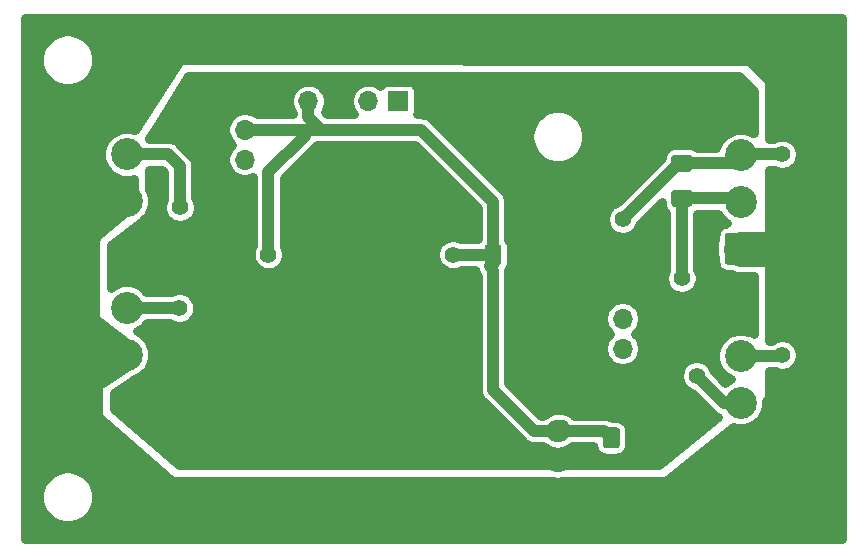
<source format=gbr>
G04 #@! TF.GenerationSoftware,KiCad,Pcbnew,(5.1.5)-3*
G04 #@! TF.CreationDate,2020-02-29T02:49:16+09:00*
G04 #@! TF.ProjectId,QX20CTRLV2,51583230-4354-4524-9c56-322e6b696361,rev?*
G04 #@! TF.SameCoordinates,Original*
G04 #@! TF.FileFunction,Copper,L2,Bot*
G04 #@! TF.FilePolarity,Positive*
%FSLAX46Y46*%
G04 Gerber Fmt 4.6, Leading zero omitted, Abs format (unit mm)*
G04 Created by KiCad (PCBNEW (5.1.5)-3) date 2020-02-29 02:49:16*
%MOMM*%
%LPD*%
G04 APERTURE LIST*
%ADD10C,0.250000*%
%ADD11R,1.000000X1.000000*%
%ADD12C,2.700000*%
%ADD13O,1.700000X1.700000*%
%ADD14R,1.700000X1.700000*%
%ADD15R,2.000000X1.905000*%
%ADD16O,2.000000X1.905000*%
%ADD17C,1.400000*%
%ADD18C,1.000000*%
%ADD19C,3.000000*%
%ADD20C,0.800000*%
G04 APERTURE END LIST*
G04 #@! TA.AperFunction,SMDPad,CuDef*
D10*
G36*
X140149504Y-86801204D02*
G01*
X140173773Y-86804804D01*
X140197571Y-86810765D01*
X140220671Y-86819030D01*
X140242849Y-86829520D01*
X140263893Y-86842133D01*
X140283598Y-86856747D01*
X140301777Y-86873223D01*
X140318253Y-86891402D01*
X140332867Y-86911107D01*
X140345480Y-86932151D01*
X140355970Y-86954329D01*
X140364235Y-86977429D01*
X140370196Y-87001227D01*
X140373796Y-87025496D01*
X140375000Y-87050000D01*
X140375000Y-87975000D01*
X140373796Y-87999504D01*
X140370196Y-88023773D01*
X140364235Y-88047571D01*
X140355970Y-88070671D01*
X140345480Y-88092849D01*
X140332867Y-88113893D01*
X140318253Y-88133598D01*
X140301777Y-88151777D01*
X140283598Y-88168253D01*
X140263893Y-88182867D01*
X140242849Y-88195480D01*
X140220671Y-88205970D01*
X140197571Y-88214235D01*
X140173773Y-88220196D01*
X140149504Y-88223796D01*
X140125000Y-88225000D01*
X138875000Y-88225000D01*
X138850496Y-88223796D01*
X138826227Y-88220196D01*
X138802429Y-88214235D01*
X138779329Y-88205970D01*
X138757151Y-88195480D01*
X138736107Y-88182867D01*
X138716402Y-88168253D01*
X138698223Y-88151777D01*
X138681747Y-88133598D01*
X138667133Y-88113893D01*
X138654520Y-88092849D01*
X138644030Y-88070671D01*
X138635765Y-88047571D01*
X138629804Y-88023773D01*
X138626204Y-87999504D01*
X138625000Y-87975000D01*
X138625000Y-87050000D01*
X138626204Y-87025496D01*
X138629804Y-87001227D01*
X138635765Y-86977429D01*
X138644030Y-86954329D01*
X138654520Y-86932151D01*
X138667133Y-86911107D01*
X138681747Y-86891402D01*
X138698223Y-86873223D01*
X138716402Y-86856747D01*
X138736107Y-86842133D01*
X138757151Y-86829520D01*
X138779329Y-86819030D01*
X138802429Y-86810765D01*
X138826227Y-86804804D01*
X138850496Y-86801204D01*
X138875000Y-86800000D01*
X140125000Y-86800000D01*
X140149504Y-86801204D01*
G37*
G04 #@! TD.AperFunction*
G04 #@! TA.AperFunction,SMDPad,CuDef*
G36*
X140149504Y-89776204D02*
G01*
X140173773Y-89779804D01*
X140197571Y-89785765D01*
X140220671Y-89794030D01*
X140242849Y-89804520D01*
X140263893Y-89817133D01*
X140283598Y-89831747D01*
X140301777Y-89848223D01*
X140318253Y-89866402D01*
X140332867Y-89886107D01*
X140345480Y-89907151D01*
X140355970Y-89929329D01*
X140364235Y-89952429D01*
X140370196Y-89976227D01*
X140373796Y-90000496D01*
X140375000Y-90025000D01*
X140375000Y-90950000D01*
X140373796Y-90974504D01*
X140370196Y-90998773D01*
X140364235Y-91022571D01*
X140355970Y-91045671D01*
X140345480Y-91067849D01*
X140332867Y-91088893D01*
X140318253Y-91108598D01*
X140301777Y-91126777D01*
X140283598Y-91143253D01*
X140263893Y-91157867D01*
X140242849Y-91170480D01*
X140220671Y-91180970D01*
X140197571Y-91189235D01*
X140173773Y-91195196D01*
X140149504Y-91198796D01*
X140125000Y-91200000D01*
X138875000Y-91200000D01*
X138850496Y-91198796D01*
X138826227Y-91195196D01*
X138802429Y-91189235D01*
X138779329Y-91180970D01*
X138757151Y-91170480D01*
X138736107Y-91157867D01*
X138716402Y-91143253D01*
X138698223Y-91126777D01*
X138681747Y-91108598D01*
X138667133Y-91088893D01*
X138654520Y-91067849D01*
X138644030Y-91045671D01*
X138635765Y-91022571D01*
X138629804Y-90998773D01*
X138626204Y-90974504D01*
X138625000Y-90950000D01*
X138625000Y-90025000D01*
X138626204Y-90000496D01*
X138629804Y-89976227D01*
X138635765Y-89952429D01*
X138644030Y-89929329D01*
X138654520Y-89907151D01*
X138667133Y-89886107D01*
X138681747Y-89866402D01*
X138698223Y-89848223D01*
X138716402Y-89831747D01*
X138736107Y-89817133D01*
X138757151Y-89804520D01*
X138779329Y-89794030D01*
X138802429Y-89785765D01*
X138826227Y-89779804D01*
X138850496Y-89776204D01*
X138875000Y-89775000D01*
X140125000Y-89775000D01*
X140149504Y-89776204D01*
G37*
G04 #@! TD.AperFunction*
G04 #@! TA.AperFunction,SMDPad,CuDef*
G36*
X143474504Y-69626204D02*
G01*
X143498773Y-69629804D01*
X143522571Y-69635765D01*
X143545671Y-69644030D01*
X143567849Y-69654520D01*
X143588893Y-69667133D01*
X143608598Y-69681747D01*
X143626777Y-69698223D01*
X143643253Y-69716402D01*
X143657867Y-69736107D01*
X143670480Y-69757151D01*
X143680970Y-69779329D01*
X143689235Y-69802429D01*
X143695196Y-69826227D01*
X143698796Y-69850496D01*
X143700000Y-69875000D01*
X143700000Y-71125000D01*
X143698796Y-71149504D01*
X143695196Y-71173773D01*
X143689235Y-71197571D01*
X143680970Y-71220671D01*
X143670480Y-71242849D01*
X143657867Y-71263893D01*
X143643253Y-71283598D01*
X143626777Y-71301777D01*
X143608598Y-71318253D01*
X143588893Y-71332867D01*
X143567849Y-71345480D01*
X143545671Y-71355970D01*
X143522571Y-71364235D01*
X143498773Y-71370196D01*
X143474504Y-71373796D01*
X143450000Y-71375000D01*
X142525000Y-71375000D01*
X142500496Y-71373796D01*
X142476227Y-71370196D01*
X142452429Y-71364235D01*
X142429329Y-71355970D01*
X142407151Y-71345480D01*
X142386107Y-71332867D01*
X142366402Y-71318253D01*
X142348223Y-71301777D01*
X142331747Y-71283598D01*
X142317133Y-71263893D01*
X142304520Y-71242849D01*
X142294030Y-71220671D01*
X142285765Y-71197571D01*
X142279804Y-71173773D01*
X142276204Y-71149504D01*
X142275000Y-71125000D01*
X142275000Y-69875000D01*
X142276204Y-69850496D01*
X142279804Y-69826227D01*
X142285765Y-69802429D01*
X142294030Y-69779329D01*
X142304520Y-69757151D01*
X142317133Y-69736107D01*
X142331747Y-69716402D01*
X142348223Y-69698223D01*
X142366402Y-69681747D01*
X142386107Y-69667133D01*
X142407151Y-69654520D01*
X142429329Y-69644030D01*
X142452429Y-69635765D01*
X142476227Y-69629804D01*
X142500496Y-69626204D01*
X142525000Y-69625000D01*
X143450000Y-69625000D01*
X143474504Y-69626204D01*
G37*
G04 #@! TD.AperFunction*
G04 #@! TA.AperFunction,SMDPad,CuDef*
G36*
X140499504Y-69626204D02*
G01*
X140523773Y-69629804D01*
X140547571Y-69635765D01*
X140570671Y-69644030D01*
X140592849Y-69654520D01*
X140613893Y-69667133D01*
X140633598Y-69681747D01*
X140651777Y-69698223D01*
X140668253Y-69716402D01*
X140682867Y-69736107D01*
X140695480Y-69757151D01*
X140705970Y-69779329D01*
X140714235Y-69802429D01*
X140720196Y-69826227D01*
X140723796Y-69850496D01*
X140725000Y-69875000D01*
X140725000Y-71125000D01*
X140723796Y-71149504D01*
X140720196Y-71173773D01*
X140714235Y-71197571D01*
X140705970Y-71220671D01*
X140695480Y-71242849D01*
X140682867Y-71263893D01*
X140668253Y-71283598D01*
X140651777Y-71301777D01*
X140633598Y-71318253D01*
X140613893Y-71332867D01*
X140592849Y-71345480D01*
X140570671Y-71355970D01*
X140547571Y-71364235D01*
X140523773Y-71370196D01*
X140499504Y-71373796D01*
X140475000Y-71375000D01*
X139550000Y-71375000D01*
X139525496Y-71373796D01*
X139501227Y-71370196D01*
X139477429Y-71364235D01*
X139454329Y-71355970D01*
X139432151Y-71345480D01*
X139411107Y-71332867D01*
X139391402Y-71318253D01*
X139373223Y-71301777D01*
X139356747Y-71283598D01*
X139342133Y-71263893D01*
X139329520Y-71242849D01*
X139319030Y-71220671D01*
X139310765Y-71197571D01*
X139304804Y-71173773D01*
X139301204Y-71149504D01*
X139300000Y-71125000D01*
X139300000Y-69875000D01*
X139301204Y-69850496D01*
X139304804Y-69826227D01*
X139310765Y-69802429D01*
X139319030Y-69779329D01*
X139329520Y-69757151D01*
X139342133Y-69736107D01*
X139356747Y-69716402D01*
X139373223Y-69698223D01*
X139391402Y-69681747D01*
X139411107Y-69667133D01*
X139432151Y-69654520D01*
X139454329Y-69644030D01*
X139477429Y-69635765D01*
X139501227Y-69629804D01*
X139525496Y-69626204D01*
X139550000Y-69625000D01*
X140475000Y-69625000D01*
X140499504Y-69626204D01*
G37*
G04 #@! TD.AperFunction*
G04 #@! TA.AperFunction,SMDPad,CuDef*
G36*
X150512004Y-85126204D02*
G01*
X150536273Y-85129804D01*
X150560071Y-85135765D01*
X150583171Y-85144030D01*
X150605349Y-85154520D01*
X150626393Y-85167133D01*
X150646098Y-85181747D01*
X150664277Y-85198223D01*
X150680753Y-85216402D01*
X150695367Y-85236107D01*
X150707980Y-85257151D01*
X150718470Y-85279329D01*
X150726735Y-85302429D01*
X150732696Y-85326227D01*
X150736296Y-85350496D01*
X150737500Y-85375000D01*
X150737500Y-86625000D01*
X150736296Y-86649504D01*
X150732696Y-86673773D01*
X150726735Y-86697571D01*
X150718470Y-86720671D01*
X150707980Y-86742849D01*
X150695367Y-86763893D01*
X150680753Y-86783598D01*
X150664277Y-86801777D01*
X150646098Y-86818253D01*
X150626393Y-86832867D01*
X150605349Y-86845480D01*
X150583171Y-86855970D01*
X150560071Y-86864235D01*
X150536273Y-86870196D01*
X150512004Y-86873796D01*
X150487500Y-86875000D01*
X149562500Y-86875000D01*
X149537996Y-86873796D01*
X149513727Y-86870196D01*
X149489929Y-86864235D01*
X149466829Y-86855970D01*
X149444651Y-86845480D01*
X149423607Y-86832867D01*
X149403902Y-86818253D01*
X149385723Y-86801777D01*
X149369247Y-86783598D01*
X149354633Y-86763893D01*
X149342020Y-86742849D01*
X149331530Y-86720671D01*
X149323265Y-86697571D01*
X149317304Y-86673773D01*
X149313704Y-86649504D01*
X149312500Y-86625000D01*
X149312500Y-85375000D01*
X149313704Y-85350496D01*
X149317304Y-85326227D01*
X149323265Y-85302429D01*
X149331530Y-85279329D01*
X149342020Y-85257151D01*
X149354633Y-85236107D01*
X149369247Y-85216402D01*
X149385723Y-85198223D01*
X149403902Y-85181747D01*
X149423607Y-85167133D01*
X149444651Y-85154520D01*
X149466829Y-85144030D01*
X149489929Y-85135765D01*
X149513727Y-85129804D01*
X149537996Y-85126204D01*
X149562500Y-85125000D01*
X150487500Y-85125000D01*
X150512004Y-85126204D01*
G37*
G04 #@! TD.AperFunction*
G04 #@! TA.AperFunction,SMDPad,CuDef*
G36*
X153487004Y-85126204D02*
G01*
X153511273Y-85129804D01*
X153535071Y-85135765D01*
X153558171Y-85144030D01*
X153580349Y-85154520D01*
X153601393Y-85167133D01*
X153621098Y-85181747D01*
X153639277Y-85198223D01*
X153655753Y-85216402D01*
X153670367Y-85236107D01*
X153682980Y-85257151D01*
X153693470Y-85279329D01*
X153701735Y-85302429D01*
X153707696Y-85326227D01*
X153711296Y-85350496D01*
X153712500Y-85375000D01*
X153712500Y-86625000D01*
X153711296Y-86649504D01*
X153707696Y-86673773D01*
X153701735Y-86697571D01*
X153693470Y-86720671D01*
X153682980Y-86742849D01*
X153670367Y-86763893D01*
X153655753Y-86783598D01*
X153639277Y-86801777D01*
X153621098Y-86818253D01*
X153601393Y-86832867D01*
X153580349Y-86845480D01*
X153558171Y-86855970D01*
X153535071Y-86864235D01*
X153511273Y-86870196D01*
X153487004Y-86873796D01*
X153462500Y-86875000D01*
X152537500Y-86875000D01*
X152512996Y-86873796D01*
X152488727Y-86870196D01*
X152464929Y-86864235D01*
X152441829Y-86855970D01*
X152419651Y-86845480D01*
X152398607Y-86832867D01*
X152378902Y-86818253D01*
X152360723Y-86801777D01*
X152344247Y-86783598D01*
X152329633Y-86763893D01*
X152317020Y-86742849D01*
X152306530Y-86720671D01*
X152298265Y-86697571D01*
X152292304Y-86673773D01*
X152288704Y-86649504D01*
X152287500Y-86625000D01*
X152287500Y-85375000D01*
X152288704Y-85350496D01*
X152292304Y-85326227D01*
X152298265Y-85302429D01*
X152306530Y-85279329D01*
X152317020Y-85257151D01*
X152329633Y-85236107D01*
X152344247Y-85216402D01*
X152360723Y-85198223D01*
X152378902Y-85181747D01*
X152398607Y-85167133D01*
X152419651Y-85154520D01*
X152441829Y-85144030D01*
X152464929Y-85135765D01*
X152488727Y-85129804D01*
X152512996Y-85126204D01*
X152537500Y-85125000D01*
X153462500Y-85125000D01*
X153487004Y-85126204D01*
G37*
G04 #@! TD.AperFunction*
D11*
X135000000Y-90500000D03*
X135000000Y-88000000D03*
D12*
X161000000Y-58120000D03*
X161000000Y-62080000D03*
X161000000Y-66040000D03*
G04 #@! TA.AperFunction,ComponentPad*
D10*
G36*
X162123512Y-68651209D02*
G01*
X162147887Y-68654825D01*
X162171790Y-68660812D01*
X162194992Y-68669114D01*
X162217268Y-68679650D01*
X162238404Y-68692318D01*
X162258196Y-68706997D01*
X162276455Y-68723545D01*
X162293003Y-68741804D01*
X162307682Y-68761596D01*
X162320350Y-68782732D01*
X162330886Y-68805008D01*
X162339188Y-68828210D01*
X162345175Y-68852113D01*
X162348791Y-68876488D01*
X162350000Y-68901100D01*
X162350000Y-71098900D01*
X162348791Y-71123512D01*
X162345175Y-71147887D01*
X162339188Y-71171790D01*
X162330886Y-71194992D01*
X162320350Y-71217268D01*
X162307682Y-71238404D01*
X162293003Y-71258196D01*
X162276455Y-71276455D01*
X162258196Y-71293003D01*
X162238404Y-71307682D01*
X162217268Y-71320350D01*
X162194992Y-71330886D01*
X162171790Y-71339188D01*
X162147887Y-71345175D01*
X162123512Y-71348791D01*
X162098900Y-71350000D01*
X159901100Y-71350000D01*
X159876488Y-71348791D01*
X159852113Y-71345175D01*
X159828210Y-71339188D01*
X159805008Y-71330886D01*
X159782732Y-71320350D01*
X159761596Y-71307682D01*
X159741804Y-71293003D01*
X159723545Y-71276455D01*
X159706997Y-71258196D01*
X159692318Y-71238404D01*
X159679650Y-71217268D01*
X159669114Y-71194992D01*
X159660812Y-71171790D01*
X159654825Y-71147887D01*
X159651209Y-71123512D01*
X159650000Y-71098900D01*
X159650000Y-68901100D01*
X159651209Y-68876488D01*
X159654825Y-68852113D01*
X159660812Y-68828210D01*
X159669114Y-68805008D01*
X159679650Y-68782732D01*
X159692318Y-68761596D01*
X159706997Y-68741804D01*
X159723545Y-68723545D01*
X159741804Y-68706997D01*
X159761596Y-68692318D01*
X159782732Y-68679650D01*
X159805008Y-68669114D01*
X159828210Y-68660812D01*
X159852113Y-68654825D01*
X159876488Y-68651209D01*
X159901100Y-68650000D01*
X162098900Y-68650000D01*
X162123512Y-68651209D01*
G37*
G04 #@! TD.AperFunction*
D12*
X161000000Y-75120000D03*
X161000000Y-79080000D03*
X161000000Y-83040000D03*
G04 #@! TA.AperFunction,ComponentPad*
D10*
G36*
X162123512Y-85651209D02*
G01*
X162147887Y-85654825D01*
X162171790Y-85660812D01*
X162194992Y-85669114D01*
X162217268Y-85679650D01*
X162238404Y-85692318D01*
X162258196Y-85706997D01*
X162276455Y-85723545D01*
X162293003Y-85741804D01*
X162307682Y-85761596D01*
X162320350Y-85782732D01*
X162330886Y-85805008D01*
X162339188Y-85828210D01*
X162345175Y-85852113D01*
X162348791Y-85876488D01*
X162350000Y-85901100D01*
X162350000Y-88098900D01*
X162348791Y-88123512D01*
X162345175Y-88147887D01*
X162339188Y-88171790D01*
X162330886Y-88194992D01*
X162320350Y-88217268D01*
X162307682Y-88238404D01*
X162293003Y-88258196D01*
X162276455Y-88276455D01*
X162258196Y-88293003D01*
X162238404Y-88307682D01*
X162217268Y-88320350D01*
X162194992Y-88330886D01*
X162171790Y-88339188D01*
X162147887Y-88345175D01*
X162123512Y-88348791D01*
X162098900Y-88350000D01*
X159901100Y-88350000D01*
X159876488Y-88348791D01*
X159852113Y-88345175D01*
X159828210Y-88339188D01*
X159805008Y-88330886D01*
X159782732Y-88320350D01*
X159761596Y-88307682D01*
X159741804Y-88293003D01*
X159723545Y-88276455D01*
X159706997Y-88258196D01*
X159692318Y-88238404D01*
X159679650Y-88217268D01*
X159669114Y-88194992D01*
X159660812Y-88171790D01*
X159654825Y-88147887D01*
X159651209Y-88123512D01*
X159650000Y-88098900D01*
X159650000Y-85901100D01*
X159651209Y-85876488D01*
X159654825Y-85852113D01*
X159660812Y-85828210D01*
X159669114Y-85805008D01*
X159679650Y-85782732D01*
X159692318Y-85761596D01*
X159706997Y-85741804D01*
X159723545Y-85723545D01*
X159741804Y-85706997D01*
X159761596Y-85692318D01*
X159782732Y-85679650D01*
X159805008Y-85669114D01*
X159828210Y-85660812D01*
X159852113Y-85654825D01*
X159876488Y-85651209D01*
X159901100Y-85650000D01*
X162098900Y-85650000D01*
X162123512Y-85651209D01*
G37*
G04 #@! TD.AperFunction*
D12*
X109000000Y-69920000D03*
X109000000Y-65960000D03*
X109000000Y-62000000D03*
X109000000Y-75000000D03*
X109000000Y-78960000D03*
X109000000Y-82920000D03*
D13*
X151000000Y-75920000D03*
X151000000Y-78460000D03*
D14*
X151000000Y-81000000D03*
X132000000Y-57500000D03*
D13*
X129460000Y-57500000D03*
X126920000Y-57500000D03*
X124380000Y-57500000D03*
G04 #@! TA.AperFunction,SMDPad,CuDef*
D10*
G36*
X156649504Y-62038704D02*
G01*
X156673773Y-62042304D01*
X156697571Y-62048265D01*
X156720671Y-62056530D01*
X156742849Y-62067020D01*
X156763893Y-62079633D01*
X156783598Y-62094247D01*
X156801777Y-62110723D01*
X156818253Y-62128902D01*
X156832867Y-62148607D01*
X156845480Y-62169651D01*
X156855970Y-62191829D01*
X156864235Y-62214929D01*
X156870196Y-62238727D01*
X156873796Y-62262996D01*
X156875000Y-62287500D01*
X156875000Y-63212500D01*
X156873796Y-63237004D01*
X156870196Y-63261273D01*
X156864235Y-63285071D01*
X156855970Y-63308171D01*
X156845480Y-63330349D01*
X156832867Y-63351393D01*
X156818253Y-63371098D01*
X156801777Y-63389277D01*
X156783598Y-63405753D01*
X156763893Y-63420367D01*
X156742849Y-63432980D01*
X156720671Y-63443470D01*
X156697571Y-63451735D01*
X156673773Y-63457696D01*
X156649504Y-63461296D01*
X156625000Y-63462500D01*
X155375000Y-63462500D01*
X155350496Y-63461296D01*
X155326227Y-63457696D01*
X155302429Y-63451735D01*
X155279329Y-63443470D01*
X155257151Y-63432980D01*
X155236107Y-63420367D01*
X155216402Y-63405753D01*
X155198223Y-63389277D01*
X155181747Y-63371098D01*
X155167133Y-63351393D01*
X155154520Y-63330349D01*
X155144030Y-63308171D01*
X155135765Y-63285071D01*
X155129804Y-63261273D01*
X155126204Y-63237004D01*
X155125000Y-63212500D01*
X155125000Y-62287500D01*
X155126204Y-62262996D01*
X155129804Y-62238727D01*
X155135765Y-62214929D01*
X155144030Y-62191829D01*
X155154520Y-62169651D01*
X155167133Y-62148607D01*
X155181747Y-62128902D01*
X155198223Y-62110723D01*
X155216402Y-62094247D01*
X155236107Y-62079633D01*
X155257151Y-62067020D01*
X155279329Y-62056530D01*
X155302429Y-62048265D01*
X155326227Y-62042304D01*
X155350496Y-62038704D01*
X155375000Y-62037500D01*
X156625000Y-62037500D01*
X156649504Y-62038704D01*
G37*
G04 #@! TD.AperFunction*
G04 #@! TA.AperFunction,SMDPad,CuDef*
G36*
X156649504Y-65013704D02*
G01*
X156673773Y-65017304D01*
X156697571Y-65023265D01*
X156720671Y-65031530D01*
X156742849Y-65042020D01*
X156763893Y-65054633D01*
X156783598Y-65069247D01*
X156801777Y-65085723D01*
X156818253Y-65103902D01*
X156832867Y-65123607D01*
X156845480Y-65144651D01*
X156855970Y-65166829D01*
X156864235Y-65189929D01*
X156870196Y-65213727D01*
X156873796Y-65237996D01*
X156875000Y-65262500D01*
X156875000Y-66187500D01*
X156873796Y-66212004D01*
X156870196Y-66236273D01*
X156864235Y-66260071D01*
X156855970Y-66283171D01*
X156845480Y-66305349D01*
X156832867Y-66326393D01*
X156818253Y-66346098D01*
X156801777Y-66364277D01*
X156783598Y-66380753D01*
X156763893Y-66395367D01*
X156742849Y-66407980D01*
X156720671Y-66418470D01*
X156697571Y-66426735D01*
X156673773Y-66432696D01*
X156649504Y-66436296D01*
X156625000Y-66437500D01*
X155375000Y-66437500D01*
X155350496Y-66436296D01*
X155326227Y-66432696D01*
X155302429Y-66426735D01*
X155279329Y-66418470D01*
X155257151Y-66407980D01*
X155236107Y-66395367D01*
X155216402Y-66380753D01*
X155198223Y-66364277D01*
X155181747Y-66346098D01*
X155167133Y-66326393D01*
X155154520Y-66305349D01*
X155144030Y-66283171D01*
X155135765Y-66260071D01*
X155129804Y-66236273D01*
X155126204Y-66212004D01*
X155125000Y-66187500D01*
X155125000Y-65262500D01*
X155126204Y-65237996D01*
X155129804Y-65213727D01*
X155135765Y-65189929D01*
X155144030Y-65166829D01*
X155154520Y-65144651D01*
X155167133Y-65123607D01*
X155181747Y-65103902D01*
X155198223Y-65085723D01*
X155216402Y-65069247D01*
X155236107Y-65054633D01*
X155257151Y-65042020D01*
X155279329Y-65031530D01*
X155302429Y-65023265D01*
X155326227Y-65017304D01*
X155350496Y-65013704D01*
X155375000Y-65012500D01*
X156625000Y-65012500D01*
X156649504Y-65013704D01*
G37*
G04 #@! TD.AperFunction*
D14*
X119000000Y-65000000D03*
D13*
X119000000Y-62460000D03*
X119000000Y-59920000D03*
D15*
X145500000Y-90500000D03*
D16*
X145500000Y-87960000D03*
X145500000Y-85420000D03*
D17*
X129000000Y-72000000D03*
X126000000Y-82000000D03*
X121000000Y-70500000D03*
X136636801Y-70500000D03*
X164500000Y-79000000D03*
X164500000Y-62000000D03*
X151000000Y-67500000D03*
X156000000Y-72500000D03*
X157250000Y-80750000D03*
X113500000Y-66500000D03*
X113472175Y-75027825D03*
D18*
X119080000Y-60000000D02*
X119000000Y-59920000D01*
X119000000Y-59920000D02*
X121960000Y-59920000D01*
X125420000Y-59920000D02*
X124380000Y-58880000D01*
X125420000Y-59920000D02*
X133920000Y-59920000D01*
X124380000Y-58880000D02*
X124380000Y-57500000D01*
X124080000Y-59920000D02*
X124080000Y-60420000D01*
X124080000Y-59920000D02*
X125420000Y-59920000D01*
X121960000Y-59920000D02*
X124080000Y-59920000D01*
X124080000Y-60420000D02*
X121000000Y-63500000D01*
X121000000Y-63500000D02*
X121000000Y-70500000D01*
X145920000Y-85000000D02*
X145500000Y-85420000D01*
X140012500Y-66012500D02*
X140012500Y-71000000D01*
X133920000Y-59920000D02*
X140012500Y-66012500D01*
X140012500Y-81932500D02*
X140012500Y-71875000D01*
X143500000Y-85420000D02*
X140012500Y-81932500D01*
X140012500Y-71375000D02*
X140012500Y-70500000D01*
X145500000Y-85420000D02*
X143500000Y-85420000D01*
X139762500Y-71500000D02*
X140012500Y-71250000D01*
X136767588Y-70500000D02*
X140012500Y-70500000D01*
X136636801Y-70500000D02*
X136767588Y-70500000D01*
X149445000Y-85420000D02*
X150025000Y-86000000D01*
X145500000Y-85420000D02*
X149445000Y-85420000D01*
D19*
X161000000Y-70000000D02*
X163500000Y-70000000D01*
D18*
X161000000Y-79080000D02*
X164420000Y-79080000D01*
X164420000Y-79080000D02*
X164500000Y-79000000D01*
X161080000Y-62000000D02*
X161000000Y-62080000D01*
X164500000Y-62000000D02*
X161080000Y-62000000D01*
X160330000Y-62750000D02*
X161000000Y-62080000D01*
X156000000Y-62750000D02*
X160330000Y-62750000D01*
X155750000Y-62750000D02*
X151000000Y-67500000D01*
X156000000Y-62750000D02*
X155750000Y-62750000D01*
X160960000Y-66000000D02*
X161000000Y-66040000D01*
X160685000Y-65725000D02*
X161000000Y-66040000D01*
X156000000Y-65725000D02*
X160685000Y-65725000D01*
X156000000Y-65725000D02*
X156000000Y-72500000D01*
X159540000Y-83040000D02*
X157250000Y-80750000D01*
X161000000Y-83040000D02*
X159540000Y-83040000D01*
X113500000Y-66500000D02*
X113500000Y-63000000D01*
X112500000Y-62000000D02*
X109000000Y-62000000D01*
X113500000Y-63000000D02*
X112500000Y-62000000D01*
X113444350Y-75000000D02*
X113472175Y-75027825D01*
X109000000Y-75000000D02*
X113444350Y-75000000D01*
D20*
G36*
X162100000Y-56665686D02*
G01*
X162100000Y-60229214D01*
X162018407Y-60174695D01*
X161627132Y-60012623D01*
X161211757Y-59930000D01*
X160788243Y-59930000D01*
X160372868Y-60012623D01*
X159981593Y-60174695D01*
X159629455Y-60409986D01*
X159329986Y-60709455D01*
X159094695Y-61061593D01*
X158933811Y-61450000D01*
X157257730Y-61450000D01*
X157210499Y-61411239D01*
X157028299Y-61313851D01*
X156830600Y-61253880D01*
X156625000Y-61233630D01*
X155375000Y-61233630D01*
X155169400Y-61253880D01*
X154971701Y-61313851D01*
X154789501Y-61411239D01*
X154629801Y-61542301D01*
X154498739Y-61702001D01*
X154401351Y-61884201D01*
X154341380Y-62081900D01*
X154321130Y-62287500D01*
X154321130Y-62340392D01*
X150614162Y-66047361D01*
X150562466Y-66057644D01*
X150289483Y-66170717D01*
X150043806Y-66334874D01*
X149834874Y-66543806D01*
X149670717Y-66789483D01*
X149557644Y-67062466D01*
X149500000Y-67352263D01*
X149500000Y-67647737D01*
X149557644Y-67937534D01*
X149670717Y-68210517D01*
X149834874Y-68456194D01*
X150043806Y-68665126D01*
X150289483Y-68829283D01*
X150562466Y-68942356D01*
X150852263Y-69000000D01*
X151147737Y-69000000D01*
X151437534Y-68942356D01*
X151710517Y-68829283D01*
X151956194Y-68665126D01*
X152165126Y-68456194D01*
X152329283Y-68210517D01*
X152442356Y-67937534D01*
X152452639Y-67885838D01*
X154321130Y-66017348D01*
X154321130Y-66187500D01*
X154341380Y-66393100D01*
X154401351Y-66590799D01*
X154498739Y-66772999D01*
X154629801Y-66932699D01*
X154700000Y-66990310D01*
X154700001Y-71745657D01*
X154670717Y-71789483D01*
X154557644Y-72062466D01*
X154500000Y-72352263D01*
X154500000Y-72647737D01*
X154557644Y-72937534D01*
X154670717Y-73210517D01*
X154834874Y-73456194D01*
X155043806Y-73665126D01*
X155289483Y-73829283D01*
X155562466Y-73942356D01*
X155852263Y-74000000D01*
X156147737Y-74000000D01*
X156437534Y-73942356D01*
X156710517Y-73829283D01*
X156956194Y-73665126D01*
X157165126Y-73456194D01*
X157329283Y-73210517D01*
X157442356Y-72937534D01*
X157500000Y-72647737D01*
X157500000Y-72352263D01*
X157442356Y-72062466D01*
X157329283Y-71789483D01*
X157300000Y-71745658D01*
X157300000Y-67025000D01*
X159080857Y-67025000D01*
X159094695Y-67058407D01*
X159329986Y-67410545D01*
X159629455Y-67710014D01*
X159841894Y-67851961D01*
X159695286Y-67866401D01*
X159497380Y-67926435D01*
X159314990Y-68023925D01*
X159155124Y-68155124D01*
X159023925Y-68314990D01*
X158926435Y-68497380D01*
X158866401Y-68695286D01*
X158846130Y-68901100D01*
X158846130Y-69177104D01*
X158733280Y-69549121D01*
X158688872Y-70000000D01*
X158733280Y-70450879D01*
X158846130Y-70822896D01*
X158846130Y-71098900D01*
X158866401Y-71304714D01*
X158926435Y-71502620D01*
X159023925Y-71685010D01*
X159155124Y-71844876D01*
X159314990Y-71976075D01*
X159497380Y-72073565D01*
X159695286Y-72133599D01*
X159901100Y-72153870D01*
X160177104Y-72153870D01*
X160549121Y-72266720D01*
X160887016Y-72300000D01*
X162100000Y-72300000D01*
X162100000Y-77229214D01*
X162018407Y-77174695D01*
X161627132Y-77012623D01*
X161211757Y-76930000D01*
X160788243Y-76930000D01*
X160372868Y-77012623D01*
X159981593Y-77174695D01*
X159629455Y-77409986D01*
X159329986Y-77709455D01*
X159094695Y-78061593D01*
X158932623Y-78452868D01*
X158850000Y-78868243D01*
X158850000Y-79291757D01*
X158932623Y-79707132D01*
X159094695Y-80098407D01*
X159329986Y-80450545D01*
X159629455Y-80750014D01*
X159981593Y-80985305D01*
X160161922Y-81060000D01*
X159981593Y-81134695D01*
X159676817Y-81338340D01*
X158702639Y-80364162D01*
X158692356Y-80312466D01*
X158579283Y-80039483D01*
X158415126Y-79793806D01*
X158206194Y-79584874D01*
X157960517Y-79420717D01*
X157687534Y-79307644D01*
X157397737Y-79250000D01*
X157102263Y-79250000D01*
X156812466Y-79307644D01*
X156539483Y-79420717D01*
X156293806Y-79584874D01*
X156084874Y-79793806D01*
X155920717Y-80039483D01*
X155807644Y-80312466D01*
X155750000Y-80602263D01*
X155750000Y-80897737D01*
X155807644Y-81187534D01*
X155920717Y-81460517D01*
X156084874Y-81706194D01*
X156293806Y-81915126D01*
X156539483Y-82079283D01*
X156812466Y-82192356D01*
X156864162Y-82202639D01*
X158575601Y-83914079D01*
X158616313Y-83963687D01*
X158814264Y-84126140D01*
X159040104Y-84246855D01*
X159099973Y-84265016D01*
X154107215Y-88350000D01*
X113399589Y-88350000D01*
X107900000Y-83567748D01*
X107900000Y-82214073D01*
X109766861Y-80969499D01*
X110018407Y-80865305D01*
X110370545Y-80630014D01*
X110559457Y-80441102D01*
X110721880Y-80332820D01*
X110782547Y-80283138D01*
X110832355Y-80222576D01*
X110869391Y-80153460D01*
X110892232Y-80078446D01*
X110900000Y-80000000D01*
X110900000Y-79986346D01*
X110905305Y-79978407D01*
X111067377Y-79587132D01*
X111150000Y-79171757D01*
X111150000Y-78748243D01*
X111067377Y-78332868D01*
X110905305Y-77941593D01*
X110892336Y-77922183D01*
X110892314Y-77921964D01*
X110869552Y-77846927D01*
X110832588Y-77777772D01*
X110782843Y-77717157D01*
X110743884Y-77682950D01*
X110720431Y-77664909D01*
X110670014Y-77589455D01*
X110370545Y-77289986D01*
X110018407Y-77054695D01*
X109838078Y-76980000D01*
X110018407Y-76905305D01*
X110370545Y-76670014D01*
X110670014Y-76370545D01*
X110717151Y-76300000D01*
X112676190Y-76300000D01*
X112761658Y-76357108D01*
X113034641Y-76470181D01*
X113324438Y-76527825D01*
X113619912Y-76527825D01*
X113909709Y-76470181D01*
X114182692Y-76357108D01*
X114428369Y-76192951D01*
X114637301Y-75984019D01*
X114801458Y-75738342D01*
X114914531Y-75465359D01*
X114972175Y-75175562D01*
X114972175Y-74880088D01*
X114914531Y-74590291D01*
X114801458Y-74317308D01*
X114637301Y-74071631D01*
X114428369Y-73862699D01*
X114182692Y-73698542D01*
X113909709Y-73585469D01*
X113619912Y-73527825D01*
X113324438Y-73527825D01*
X113034641Y-73585469D01*
X112761658Y-73698542D01*
X112759476Y-73700000D01*
X110717151Y-73700000D01*
X110670014Y-73629455D01*
X110370545Y-73329986D01*
X110018407Y-73094695D01*
X109627132Y-72932623D01*
X109211757Y-72850000D01*
X108788243Y-72850000D01*
X108372868Y-72932623D01*
X107981593Y-73094695D01*
X107650000Y-73316258D01*
X107650000Y-69696961D01*
X110115429Y-67800477D01*
X110370545Y-67630014D01*
X110482259Y-67518300D01*
X110743884Y-67317050D01*
X110801051Y-67263378D01*
X110846649Y-67199585D01*
X110878926Y-67128122D01*
X110896640Y-67051736D01*
X110900000Y-67000000D01*
X110900000Y-66986346D01*
X110905305Y-66978407D01*
X111067377Y-66587132D01*
X111150000Y-66171757D01*
X111150000Y-65748243D01*
X111067377Y-65332868D01*
X110905305Y-64941593D01*
X110900000Y-64933654D01*
X110900000Y-63300000D01*
X111961523Y-63300000D01*
X112200001Y-63538478D01*
X112200000Y-65745658D01*
X112170717Y-65789483D01*
X112057644Y-66062466D01*
X112000000Y-66352263D01*
X112000000Y-66647737D01*
X112057644Y-66937534D01*
X112170717Y-67210517D01*
X112334874Y-67456194D01*
X112543806Y-67665126D01*
X112789483Y-67829283D01*
X113062466Y-67942356D01*
X113352263Y-68000000D01*
X113647737Y-68000000D01*
X113937534Y-67942356D01*
X114210517Y-67829283D01*
X114456194Y-67665126D01*
X114665126Y-67456194D01*
X114829283Y-67210517D01*
X114942356Y-66937534D01*
X115000000Y-66647737D01*
X115000000Y-66352263D01*
X114942356Y-66062466D01*
X114829283Y-65789483D01*
X114800000Y-65745658D01*
X114800000Y-63063863D01*
X114806290Y-63000000D01*
X114781190Y-62745156D01*
X114743987Y-62622511D01*
X114706855Y-62500104D01*
X114704210Y-62495155D01*
X114586141Y-62274264D01*
X114528585Y-62204133D01*
X114423687Y-62076313D01*
X114374074Y-62035597D01*
X113464403Y-61125926D01*
X113423687Y-61076313D01*
X113225736Y-60913860D01*
X112999896Y-60793145D01*
X112754845Y-60718810D01*
X112563864Y-60700000D01*
X112563861Y-60700000D01*
X112500000Y-60693710D01*
X112436139Y-60700000D01*
X110900000Y-60700000D01*
X110900000Y-60616481D01*
X111446631Y-59757489D01*
X117350000Y-59757489D01*
X117350000Y-60082511D01*
X117413408Y-60401287D01*
X117537789Y-60701568D01*
X117718361Y-60971814D01*
X117936547Y-61190000D01*
X117718361Y-61408186D01*
X117537789Y-61678432D01*
X117413408Y-61978713D01*
X117350000Y-62297489D01*
X117350000Y-62622511D01*
X117413408Y-62941287D01*
X117537789Y-63241568D01*
X117718361Y-63511814D01*
X117948186Y-63741639D01*
X118218432Y-63922211D01*
X118518713Y-64046592D01*
X118837489Y-64110000D01*
X119162511Y-64110000D01*
X119481287Y-64046592D01*
X119700000Y-63955998D01*
X119700001Y-69745657D01*
X119670717Y-69789483D01*
X119557644Y-70062466D01*
X119500000Y-70352263D01*
X119500000Y-70647737D01*
X119557644Y-70937534D01*
X119670717Y-71210517D01*
X119834874Y-71456194D01*
X120043806Y-71665126D01*
X120289483Y-71829283D01*
X120562466Y-71942356D01*
X120852263Y-72000000D01*
X121147737Y-72000000D01*
X121437534Y-71942356D01*
X121710517Y-71829283D01*
X121956194Y-71665126D01*
X122165126Y-71456194D01*
X122329283Y-71210517D01*
X122442356Y-70937534D01*
X122500000Y-70647737D01*
X122500000Y-70352263D01*
X122442356Y-70062466D01*
X122329283Y-69789483D01*
X122300000Y-69745658D01*
X122300000Y-64038477D01*
X124954074Y-61384403D01*
X125003687Y-61343687D01*
X125105194Y-61220000D01*
X125356138Y-61220000D01*
X125419999Y-61226290D01*
X125483860Y-61220000D01*
X133381523Y-61220000D01*
X138712500Y-66550978D01*
X138712501Y-69200000D01*
X137391143Y-69200000D01*
X137347318Y-69170717D01*
X137074335Y-69057644D01*
X136784538Y-69000000D01*
X136489064Y-69000000D01*
X136199267Y-69057644D01*
X135926284Y-69170717D01*
X135680607Y-69334874D01*
X135471675Y-69543806D01*
X135307518Y-69789483D01*
X135194445Y-70062466D01*
X135136801Y-70352263D01*
X135136801Y-70647737D01*
X135194445Y-70937534D01*
X135307518Y-71210517D01*
X135471675Y-71456194D01*
X135680607Y-71665126D01*
X135926284Y-71829283D01*
X136199267Y-71942356D01*
X136489064Y-72000000D01*
X136784538Y-72000000D01*
X137074335Y-71942356D01*
X137347318Y-71829283D01*
X137391143Y-71800000D01*
X138495009Y-71800000D01*
X138555645Y-71999895D01*
X138676360Y-72225735D01*
X138712501Y-72269773D01*
X138712500Y-81868639D01*
X138706210Y-81932500D01*
X138712500Y-81996361D01*
X138712500Y-81996363D01*
X138731310Y-82187344D01*
X138805645Y-82432395D01*
X138926360Y-82658235D01*
X139088813Y-82856187D01*
X139138426Y-82896903D01*
X142535601Y-86294079D01*
X142576313Y-86343687D01*
X142774264Y-86506140D01*
X143000104Y-86626855D01*
X143245155Y-86701190D01*
X143436136Y-86720000D01*
X143436139Y-86720000D01*
X143500000Y-86726290D01*
X143563861Y-86720000D01*
X144274074Y-86720000D01*
X144474152Y-86884201D01*
X144778603Y-87046932D01*
X145108950Y-87147142D01*
X145366412Y-87172500D01*
X145633588Y-87172500D01*
X145891050Y-87147142D01*
X146221397Y-87046932D01*
X146525848Y-86884201D01*
X146725926Y-86720000D01*
X148517987Y-86720000D01*
X148528880Y-86830600D01*
X148588851Y-87028299D01*
X148686239Y-87210499D01*
X148817301Y-87370199D01*
X148977001Y-87501261D01*
X149159201Y-87598649D01*
X149356900Y-87658620D01*
X149562500Y-87678870D01*
X150487500Y-87678870D01*
X150693100Y-87658620D01*
X150890799Y-87598649D01*
X151072999Y-87501261D01*
X151232699Y-87370199D01*
X151363761Y-87210499D01*
X151461149Y-87028299D01*
X151521120Y-86830600D01*
X151541370Y-86625000D01*
X151541370Y-85375000D01*
X151521120Y-85169400D01*
X151461149Y-84971701D01*
X151363761Y-84789501D01*
X151232699Y-84629801D01*
X151072999Y-84498739D01*
X150890799Y-84401351D01*
X150693100Y-84341380D01*
X150487500Y-84321130D01*
X150146920Y-84321130D01*
X149944896Y-84213145D01*
X149699845Y-84138810D01*
X149508864Y-84120000D01*
X149508861Y-84120000D01*
X149445000Y-84113710D01*
X149381139Y-84120000D01*
X146879538Y-84120000D01*
X146843686Y-84076314D01*
X146645735Y-83913860D01*
X146419895Y-83793145D01*
X146174844Y-83718810D01*
X145920000Y-83693710D01*
X145900266Y-83695654D01*
X145891050Y-83692858D01*
X145633588Y-83667500D01*
X145366412Y-83667500D01*
X145108950Y-83692858D01*
X144778603Y-83793068D01*
X144474152Y-83955799D01*
X144274074Y-84120000D01*
X144038478Y-84120000D01*
X141312500Y-81394023D01*
X141312500Y-75757489D01*
X149350000Y-75757489D01*
X149350000Y-76082511D01*
X149413408Y-76401287D01*
X149537789Y-76701568D01*
X149718361Y-76971814D01*
X149936547Y-77190000D01*
X149718361Y-77408186D01*
X149537789Y-77678432D01*
X149413408Y-77978713D01*
X149350000Y-78297489D01*
X149350000Y-78622511D01*
X149413408Y-78941287D01*
X149537789Y-79241568D01*
X149718361Y-79511814D01*
X149948186Y-79741639D01*
X150218432Y-79922211D01*
X150518713Y-80046592D01*
X150837489Y-80110000D01*
X151162511Y-80110000D01*
X151481287Y-80046592D01*
X151781568Y-79922211D01*
X152051814Y-79741639D01*
X152281639Y-79511814D01*
X152462211Y-79241568D01*
X152586592Y-78941287D01*
X152650000Y-78622511D01*
X152650000Y-78297489D01*
X152586592Y-77978713D01*
X152462211Y-77678432D01*
X152281639Y-77408186D01*
X152063453Y-77190000D01*
X152281639Y-76971814D01*
X152462211Y-76701568D01*
X152586592Y-76401287D01*
X152650000Y-76082511D01*
X152650000Y-75757489D01*
X152586592Y-75438713D01*
X152462211Y-75138432D01*
X152281639Y-74868186D01*
X152051814Y-74638361D01*
X151781568Y-74457789D01*
X151481287Y-74333408D01*
X151162511Y-74270000D01*
X150837489Y-74270000D01*
X150518713Y-74333408D01*
X150218432Y-74457789D01*
X149948186Y-74638361D01*
X149718361Y-74868186D01*
X149537789Y-75138432D01*
X149413408Y-75438713D01*
X149350000Y-75757489D01*
X141312500Y-75757489D01*
X141312500Y-71811136D01*
X141307804Y-71763452D01*
X141351261Y-71710499D01*
X141448649Y-71528299D01*
X141508620Y-71330600D01*
X141528870Y-71125000D01*
X141528870Y-69875000D01*
X141508620Y-69669400D01*
X141448649Y-69471701D01*
X141351261Y-69289501D01*
X141312500Y-69242270D01*
X141312500Y-66076360D01*
X141318790Y-66012499D01*
X141300642Y-65828243D01*
X141293690Y-65757655D01*
X141219355Y-65512604D01*
X141098640Y-65286764D01*
X140936187Y-65088813D01*
X140886580Y-65048102D01*
X136102099Y-60263621D01*
X143100000Y-60263621D01*
X143100000Y-60736379D01*
X143192230Y-61200054D01*
X143373147Y-61636826D01*
X143635798Y-62029911D01*
X143970089Y-62364202D01*
X144363174Y-62626853D01*
X144799946Y-62807770D01*
X145263621Y-62900000D01*
X145736379Y-62900000D01*
X146200054Y-62807770D01*
X146636826Y-62626853D01*
X147029911Y-62364202D01*
X147364202Y-62029911D01*
X147626853Y-61636826D01*
X147807770Y-61200054D01*
X147900000Y-60736379D01*
X147900000Y-60263621D01*
X147807770Y-59799946D01*
X147626853Y-59363174D01*
X147364202Y-58970089D01*
X147029911Y-58635798D01*
X146636826Y-58373147D01*
X146200054Y-58192230D01*
X145736379Y-58100000D01*
X145263621Y-58100000D01*
X144799946Y-58192230D01*
X144363174Y-58373147D01*
X143970089Y-58635798D01*
X143635798Y-58970089D01*
X143373147Y-59363174D01*
X143192230Y-59799946D01*
X143100000Y-60263621D01*
X136102099Y-60263621D01*
X134884403Y-59045926D01*
X134843687Y-58996313D01*
X134645736Y-58833860D01*
X134419896Y-58713145D01*
X134174845Y-58638810D01*
X133983864Y-58620000D01*
X133983861Y-58620000D01*
X133920000Y-58613710D01*
X133856139Y-58620000D01*
X133604093Y-58620000D01*
X133638424Y-58506827D01*
X133653870Y-58350000D01*
X133653870Y-56650000D01*
X133638424Y-56493173D01*
X133592679Y-56342372D01*
X133518393Y-56203394D01*
X133418422Y-56081578D01*
X133296606Y-55981607D01*
X133157628Y-55907321D01*
X133006827Y-55861576D01*
X132850000Y-55846130D01*
X131150000Y-55846130D01*
X130993173Y-55861576D01*
X130842372Y-55907321D01*
X130703394Y-55981607D01*
X130581578Y-56081578D01*
X130484372Y-56200025D01*
X130241568Y-56037789D01*
X129941287Y-55913408D01*
X129622511Y-55850000D01*
X129297489Y-55850000D01*
X128978713Y-55913408D01*
X128678432Y-56037789D01*
X128408186Y-56218361D01*
X128178361Y-56448186D01*
X127997789Y-56718432D01*
X127873408Y-57018713D01*
X127810000Y-57337489D01*
X127810000Y-57662511D01*
X127873408Y-57981287D01*
X127997789Y-58281568D01*
X128178361Y-58551814D01*
X128246547Y-58620000D01*
X125958478Y-58620000D01*
X125753224Y-58414747D01*
X125842211Y-58281568D01*
X125966592Y-57981287D01*
X126030000Y-57662511D01*
X126030000Y-57337489D01*
X125966592Y-57018713D01*
X125842211Y-56718432D01*
X125661639Y-56448186D01*
X125431814Y-56218361D01*
X125161568Y-56037789D01*
X124861287Y-55913408D01*
X124542511Y-55850000D01*
X124217489Y-55850000D01*
X123898713Y-55913408D01*
X123598432Y-56037789D01*
X123328186Y-56218361D01*
X123098361Y-56448186D01*
X122917789Y-56718432D01*
X122793408Y-57018713D01*
X122730000Y-57337489D01*
X122730000Y-57662511D01*
X122793408Y-57981287D01*
X122917789Y-58281568D01*
X123080000Y-58524335D01*
X123080000Y-58620000D01*
X120024335Y-58620000D01*
X119781568Y-58457789D01*
X119481287Y-58333408D01*
X119162511Y-58270000D01*
X118837489Y-58270000D01*
X118518713Y-58333408D01*
X118218432Y-58457789D01*
X117948186Y-58638361D01*
X117718361Y-58868186D01*
X117537789Y-59138432D01*
X117413408Y-59438713D01*
X117350000Y-59757489D01*
X111446631Y-59757489D01*
X114219579Y-55400000D01*
X160834314Y-55400000D01*
X162100000Y-56665686D01*
G37*
X162100000Y-56665686D02*
X162100000Y-60229214D01*
X162018407Y-60174695D01*
X161627132Y-60012623D01*
X161211757Y-59930000D01*
X160788243Y-59930000D01*
X160372868Y-60012623D01*
X159981593Y-60174695D01*
X159629455Y-60409986D01*
X159329986Y-60709455D01*
X159094695Y-61061593D01*
X158933811Y-61450000D01*
X157257730Y-61450000D01*
X157210499Y-61411239D01*
X157028299Y-61313851D01*
X156830600Y-61253880D01*
X156625000Y-61233630D01*
X155375000Y-61233630D01*
X155169400Y-61253880D01*
X154971701Y-61313851D01*
X154789501Y-61411239D01*
X154629801Y-61542301D01*
X154498739Y-61702001D01*
X154401351Y-61884201D01*
X154341380Y-62081900D01*
X154321130Y-62287500D01*
X154321130Y-62340392D01*
X150614162Y-66047361D01*
X150562466Y-66057644D01*
X150289483Y-66170717D01*
X150043806Y-66334874D01*
X149834874Y-66543806D01*
X149670717Y-66789483D01*
X149557644Y-67062466D01*
X149500000Y-67352263D01*
X149500000Y-67647737D01*
X149557644Y-67937534D01*
X149670717Y-68210517D01*
X149834874Y-68456194D01*
X150043806Y-68665126D01*
X150289483Y-68829283D01*
X150562466Y-68942356D01*
X150852263Y-69000000D01*
X151147737Y-69000000D01*
X151437534Y-68942356D01*
X151710517Y-68829283D01*
X151956194Y-68665126D01*
X152165126Y-68456194D01*
X152329283Y-68210517D01*
X152442356Y-67937534D01*
X152452639Y-67885838D01*
X154321130Y-66017348D01*
X154321130Y-66187500D01*
X154341380Y-66393100D01*
X154401351Y-66590799D01*
X154498739Y-66772999D01*
X154629801Y-66932699D01*
X154700000Y-66990310D01*
X154700001Y-71745657D01*
X154670717Y-71789483D01*
X154557644Y-72062466D01*
X154500000Y-72352263D01*
X154500000Y-72647737D01*
X154557644Y-72937534D01*
X154670717Y-73210517D01*
X154834874Y-73456194D01*
X155043806Y-73665126D01*
X155289483Y-73829283D01*
X155562466Y-73942356D01*
X155852263Y-74000000D01*
X156147737Y-74000000D01*
X156437534Y-73942356D01*
X156710517Y-73829283D01*
X156956194Y-73665126D01*
X157165126Y-73456194D01*
X157329283Y-73210517D01*
X157442356Y-72937534D01*
X157500000Y-72647737D01*
X157500000Y-72352263D01*
X157442356Y-72062466D01*
X157329283Y-71789483D01*
X157300000Y-71745658D01*
X157300000Y-67025000D01*
X159080857Y-67025000D01*
X159094695Y-67058407D01*
X159329986Y-67410545D01*
X159629455Y-67710014D01*
X159841894Y-67851961D01*
X159695286Y-67866401D01*
X159497380Y-67926435D01*
X159314990Y-68023925D01*
X159155124Y-68155124D01*
X159023925Y-68314990D01*
X158926435Y-68497380D01*
X158866401Y-68695286D01*
X158846130Y-68901100D01*
X158846130Y-69177104D01*
X158733280Y-69549121D01*
X158688872Y-70000000D01*
X158733280Y-70450879D01*
X158846130Y-70822896D01*
X158846130Y-71098900D01*
X158866401Y-71304714D01*
X158926435Y-71502620D01*
X159023925Y-71685010D01*
X159155124Y-71844876D01*
X159314990Y-71976075D01*
X159497380Y-72073565D01*
X159695286Y-72133599D01*
X159901100Y-72153870D01*
X160177104Y-72153870D01*
X160549121Y-72266720D01*
X160887016Y-72300000D01*
X162100000Y-72300000D01*
X162100000Y-77229214D01*
X162018407Y-77174695D01*
X161627132Y-77012623D01*
X161211757Y-76930000D01*
X160788243Y-76930000D01*
X160372868Y-77012623D01*
X159981593Y-77174695D01*
X159629455Y-77409986D01*
X159329986Y-77709455D01*
X159094695Y-78061593D01*
X158932623Y-78452868D01*
X158850000Y-78868243D01*
X158850000Y-79291757D01*
X158932623Y-79707132D01*
X159094695Y-80098407D01*
X159329986Y-80450545D01*
X159629455Y-80750014D01*
X159981593Y-80985305D01*
X160161922Y-81060000D01*
X159981593Y-81134695D01*
X159676817Y-81338340D01*
X158702639Y-80364162D01*
X158692356Y-80312466D01*
X158579283Y-80039483D01*
X158415126Y-79793806D01*
X158206194Y-79584874D01*
X157960517Y-79420717D01*
X157687534Y-79307644D01*
X157397737Y-79250000D01*
X157102263Y-79250000D01*
X156812466Y-79307644D01*
X156539483Y-79420717D01*
X156293806Y-79584874D01*
X156084874Y-79793806D01*
X155920717Y-80039483D01*
X155807644Y-80312466D01*
X155750000Y-80602263D01*
X155750000Y-80897737D01*
X155807644Y-81187534D01*
X155920717Y-81460517D01*
X156084874Y-81706194D01*
X156293806Y-81915126D01*
X156539483Y-82079283D01*
X156812466Y-82192356D01*
X156864162Y-82202639D01*
X158575601Y-83914079D01*
X158616313Y-83963687D01*
X158814264Y-84126140D01*
X159040104Y-84246855D01*
X159099973Y-84265016D01*
X154107215Y-88350000D01*
X113399589Y-88350000D01*
X107900000Y-83567748D01*
X107900000Y-82214073D01*
X109766861Y-80969499D01*
X110018407Y-80865305D01*
X110370545Y-80630014D01*
X110559457Y-80441102D01*
X110721880Y-80332820D01*
X110782547Y-80283138D01*
X110832355Y-80222576D01*
X110869391Y-80153460D01*
X110892232Y-80078446D01*
X110900000Y-80000000D01*
X110900000Y-79986346D01*
X110905305Y-79978407D01*
X111067377Y-79587132D01*
X111150000Y-79171757D01*
X111150000Y-78748243D01*
X111067377Y-78332868D01*
X110905305Y-77941593D01*
X110892336Y-77922183D01*
X110892314Y-77921964D01*
X110869552Y-77846927D01*
X110832588Y-77777772D01*
X110782843Y-77717157D01*
X110743884Y-77682950D01*
X110720431Y-77664909D01*
X110670014Y-77589455D01*
X110370545Y-77289986D01*
X110018407Y-77054695D01*
X109838078Y-76980000D01*
X110018407Y-76905305D01*
X110370545Y-76670014D01*
X110670014Y-76370545D01*
X110717151Y-76300000D01*
X112676190Y-76300000D01*
X112761658Y-76357108D01*
X113034641Y-76470181D01*
X113324438Y-76527825D01*
X113619912Y-76527825D01*
X113909709Y-76470181D01*
X114182692Y-76357108D01*
X114428369Y-76192951D01*
X114637301Y-75984019D01*
X114801458Y-75738342D01*
X114914531Y-75465359D01*
X114972175Y-75175562D01*
X114972175Y-74880088D01*
X114914531Y-74590291D01*
X114801458Y-74317308D01*
X114637301Y-74071631D01*
X114428369Y-73862699D01*
X114182692Y-73698542D01*
X113909709Y-73585469D01*
X113619912Y-73527825D01*
X113324438Y-73527825D01*
X113034641Y-73585469D01*
X112761658Y-73698542D01*
X112759476Y-73700000D01*
X110717151Y-73700000D01*
X110670014Y-73629455D01*
X110370545Y-73329986D01*
X110018407Y-73094695D01*
X109627132Y-72932623D01*
X109211757Y-72850000D01*
X108788243Y-72850000D01*
X108372868Y-72932623D01*
X107981593Y-73094695D01*
X107650000Y-73316258D01*
X107650000Y-69696961D01*
X110115429Y-67800477D01*
X110370545Y-67630014D01*
X110482259Y-67518300D01*
X110743884Y-67317050D01*
X110801051Y-67263378D01*
X110846649Y-67199585D01*
X110878926Y-67128122D01*
X110896640Y-67051736D01*
X110900000Y-67000000D01*
X110900000Y-66986346D01*
X110905305Y-66978407D01*
X111067377Y-66587132D01*
X111150000Y-66171757D01*
X111150000Y-65748243D01*
X111067377Y-65332868D01*
X110905305Y-64941593D01*
X110900000Y-64933654D01*
X110900000Y-63300000D01*
X111961523Y-63300000D01*
X112200001Y-63538478D01*
X112200000Y-65745658D01*
X112170717Y-65789483D01*
X112057644Y-66062466D01*
X112000000Y-66352263D01*
X112000000Y-66647737D01*
X112057644Y-66937534D01*
X112170717Y-67210517D01*
X112334874Y-67456194D01*
X112543806Y-67665126D01*
X112789483Y-67829283D01*
X113062466Y-67942356D01*
X113352263Y-68000000D01*
X113647737Y-68000000D01*
X113937534Y-67942356D01*
X114210517Y-67829283D01*
X114456194Y-67665126D01*
X114665126Y-67456194D01*
X114829283Y-67210517D01*
X114942356Y-66937534D01*
X115000000Y-66647737D01*
X115000000Y-66352263D01*
X114942356Y-66062466D01*
X114829283Y-65789483D01*
X114800000Y-65745658D01*
X114800000Y-63063863D01*
X114806290Y-63000000D01*
X114781190Y-62745156D01*
X114743987Y-62622511D01*
X114706855Y-62500104D01*
X114704210Y-62495155D01*
X114586141Y-62274264D01*
X114528585Y-62204133D01*
X114423687Y-62076313D01*
X114374074Y-62035597D01*
X113464403Y-61125926D01*
X113423687Y-61076313D01*
X113225736Y-60913860D01*
X112999896Y-60793145D01*
X112754845Y-60718810D01*
X112563864Y-60700000D01*
X112563861Y-60700000D01*
X112500000Y-60693710D01*
X112436139Y-60700000D01*
X110900000Y-60700000D01*
X110900000Y-60616481D01*
X111446631Y-59757489D01*
X117350000Y-59757489D01*
X117350000Y-60082511D01*
X117413408Y-60401287D01*
X117537789Y-60701568D01*
X117718361Y-60971814D01*
X117936547Y-61190000D01*
X117718361Y-61408186D01*
X117537789Y-61678432D01*
X117413408Y-61978713D01*
X117350000Y-62297489D01*
X117350000Y-62622511D01*
X117413408Y-62941287D01*
X117537789Y-63241568D01*
X117718361Y-63511814D01*
X117948186Y-63741639D01*
X118218432Y-63922211D01*
X118518713Y-64046592D01*
X118837489Y-64110000D01*
X119162511Y-64110000D01*
X119481287Y-64046592D01*
X119700000Y-63955998D01*
X119700001Y-69745657D01*
X119670717Y-69789483D01*
X119557644Y-70062466D01*
X119500000Y-70352263D01*
X119500000Y-70647737D01*
X119557644Y-70937534D01*
X119670717Y-71210517D01*
X119834874Y-71456194D01*
X120043806Y-71665126D01*
X120289483Y-71829283D01*
X120562466Y-71942356D01*
X120852263Y-72000000D01*
X121147737Y-72000000D01*
X121437534Y-71942356D01*
X121710517Y-71829283D01*
X121956194Y-71665126D01*
X122165126Y-71456194D01*
X122329283Y-71210517D01*
X122442356Y-70937534D01*
X122500000Y-70647737D01*
X122500000Y-70352263D01*
X122442356Y-70062466D01*
X122329283Y-69789483D01*
X122300000Y-69745658D01*
X122300000Y-64038477D01*
X124954074Y-61384403D01*
X125003687Y-61343687D01*
X125105194Y-61220000D01*
X125356138Y-61220000D01*
X125419999Y-61226290D01*
X125483860Y-61220000D01*
X133381523Y-61220000D01*
X138712500Y-66550978D01*
X138712501Y-69200000D01*
X137391143Y-69200000D01*
X137347318Y-69170717D01*
X137074335Y-69057644D01*
X136784538Y-69000000D01*
X136489064Y-69000000D01*
X136199267Y-69057644D01*
X135926284Y-69170717D01*
X135680607Y-69334874D01*
X135471675Y-69543806D01*
X135307518Y-69789483D01*
X135194445Y-70062466D01*
X135136801Y-70352263D01*
X135136801Y-70647737D01*
X135194445Y-70937534D01*
X135307518Y-71210517D01*
X135471675Y-71456194D01*
X135680607Y-71665126D01*
X135926284Y-71829283D01*
X136199267Y-71942356D01*
X136489064Y-72000000D01*
X136784538Y-72000000D01*
X137074335Y-71942356D01*
X137347318Y-71829283D01*
X137391143Y-71800000D01*
X138495009Y-71800000D01*
X138555645Y-71999895D01*
X138676360Y-72225735D01*
X138712501Y-72269773D01*
X138712500Y-81868639D01*
X138706210Y-81932500D01*
X138712500Y-81996361D01*
X138712500Y-81996363D01*
X138731310Y-82187344D01*
X138805645Y-82432395D01*
X138926360Y-82658235D01*
X139088813Y-82856187D01*
X139138426Y-82896903D01*
X142535601Y-86294079D01*
X142576313Y-86343687D01*
X142774264Y-86506140D01*
X143000104Y-86626855D01*
X143245155Y-86701190D01*
X143436136Y-86720000D01*
X143436139Y-86720000D01*
X143500000Y-86726290D01*
X143563861Y-86720000D01*
X144274074Y-86720000D01*
X144474152Y-86884201D01*
X144778603Y-87046932D01*
X145108950Y-87147142D01*
X145366412Y-87172500D01*
X145633588Y-87172500D01*
X145891050Y-87147142D01*
X146221397Y-87046932D01*
X146525848Y-86884201D01*
X146725926Y-86720000D01*
X148517987Y-86720000D01*
X148528880Y-86830600D01*
X148588851Y-87028299D01*
X148686239Y-87210499D01*
X148817301Y-87370199D01*
X148977001Y-87501261D01*
X149159201Y-87598649D01*
X149356900Y-87658620D01*
X149562500Y-87678870D01*
X150487500Y-87678870D01*
X150693100Y-87658620D01*
X150890799Y-87598649D01*
X151072999Y-87501261D01*
X151232699Y-87370199D01*
X151363761Y-87210499D01*
X151461149Y-87028299D01*
X151521120Y-86830600D01*
X151541370Y-86625000D01*
X151541370Y-85375000D01*
X151521120Y-85169400D01*
X151461149Y-84971701D01*
X151363761Y-84789501D01*
X151232699Y-84629801D01*
X151072999Y-84498739D01*
X150890799Y-84401351D01*
X150693100Y-84341380D01*
X150487500Y-84321130D01*
X150146920Y-84321130D01*
X149944896Y-84213145D01*
X149699845Y-84138810D01*
X149508864Y-84120000D01*
X149508861Y-84120000D01*
X149445000Y-84113710D01*
X149381139Y-84120000D01*
X146879538Y-84120000D01*
X146843686Y-84076314D01*
X146645735Y-83913860D01*
X146419895Y-83793145D01*
X146174844Y-83718810D01*
X145920000Y-83693710D01*
X145900266Y-83695654D01*
X145891050Y-83692858D01*
X145633588Y-83667500D01*
X145366412Y-83667500D01*
X145108950Y-83692858D01*
X144778603Y-83793068D01*
X144474152Y-83955799D01*
X144274074Y-84120000D01*
X144038478Y-84120000D01*
X141312500Y-81394023D01*
X141312500Y-75757489D01*
X149350000Y-75757489D01*
X149350000Y-76082511D01*
X149413408Y-76401287D01*
X149537789Y-76701568D01*
X149718361Y-76971814D01*
X149936547Y-77190000D01*
X149718361Y-77408186D01*
X149537789Y-77678432D01*
X149413408Y-77978713D01*
X149350000Y-78297489D01*
X149350000Y-78622511D01*
X149413408Y-78941287D01*
X149537789Y-79241568D01*
X149718361Y-79511814D01*
X149948186Y-79741639D01*
X150218432Y-79922211D01*
X150518713Y-80046592D01*
X150837489Y-80110000D01*
X151162511Y-80110000D01*
X151481287Y-80046592D01*
X151781568Y-79922211D01*
X152051814Y-79741639D01*
X152281639Y-79511814D01*
X152462211Y-79241568D01*
X152586592Y-78941287D01*
X152650000Y-78622511D01*
X152650000Y-78297489D01*
X152586592Y-77978713D01*
X152462211Y-77678432D01*
X152281639Y-77408186D01*
X152063453Y-77190000D01*
X152281639Y-76971814D01*
X152462211Y-76701568D01*
X152586592Y-76401287D01*
X152650000Y-76082511D01*
X152650000Y-75757489D01*
X152586592Y-75438713D01*
X152462211Y-75138432D01*
X152281639Y-74868186D01*
X152051814Y-74638361D01*
X151781568Y-74457789D01*
X151481287Y-74333408D01*
X151162511Y-74270000D01*
X150837489Y-74270000D01*
X150518713Y-74333408D01*
X150218432Y-74457789D01*
X149948186Y-74638361D01*
X149718361Y-74868186D01*
X149537789Y-75138432D01*
X149413408Y-75438713D01*
X149350000Y-75757489D01*
X141312500Y-75757489D01*
X141312500Y-71811136D01*
X141307804Y-71763452D01*
X141351261Y-71710499D01*
X141448649Y-71528299D01*
X141508620Y-71330600D01*
X141528870Y-71125000D01*
X141528870Y-69875000D01*
X141508620Y-69669400D01*
X141448649Y-69471701D01*
X141351261Y-69289501D01*
X141312500Y-69242270D01*
X141312500Y-66076360D01*
X141318790Y-66012499D01*
X141300642Y-65828243D01*
X141293690Y-65757655D01*
X141219355Y-65512604D01*
X141098640Y-65286764D01*
X140936187Y-65088813D01*
X140886580Y-65048102D01*
X136102099Y-60263621D01*
X143100000Y-60263621D01*
X143100000Y-60736379D01*
X143192230Y-61200054D01*
X143373147Y-61636826D01*
X143635798Y-62029911D01*
X143970089Y-62364202D01*
X144363174Y-62626853D01*
X144799946Y-62807770D01*
X145263621Y-62900000D01*
X145736379Y-62900000D01*
X146200054Y-62807770D01*
X146636826Y-62626853D01*
X147029911Y-62364202D01*
X147364202Y-62029911D01*
X147626853Y-61636826D01*
X147807770Y-61200054D01*
X147900000Y-60736379D01*
X147900000Y-60263621D01*
X147807770Y-59799946D01*
X147626853Y-59363174D01*
X147364202Y-58970089D01*
X147029911Y-58635798D01*
X146636826Y-58373147D01*
X146200054Y-58192230D01*
X145736379Y-58100000D01*
X145263621Y-58100000D01*
X144799946Y-58192230D01*
X144363174Y-58373147D01*
X143970089Y-58635798D01*
X143635798Y-58970089D01*
X143373147Y-59363174D01*
X143192230Y-59799946D01*
X143100000Y-60263621D01*
X136102099Y-60263621D01*
X134884403Y-59045926D01*
X134843687Y-58996313D01*
X134645736Y-58833860D01*
X134419896Y-58713145D01*
X134174845Y-58638810D01*
X133983864Y-58620000D01*
X133983861Y-58620000D01*
X133920000Y-58613710D01*
X133856139Y-58620000D01*
X133604093Y-58620000D01*
X133638424Y-58506827D01*
X133653870Y-58350000D01*
X133653870Y-56650000D01*
X133638424Y-56493173D01*
X133592679Y-56342372D01*
X133518393Y-56203394D01*
X133418422Y-56081578D01*
X133296606Y-55981607D01*
X133157628Y-55907321D01*
X133006827Y-55861576D01*
X132850000Y-55846130D01*
X131150000Y-55846130D01*
X130993173Y-55861576D01*
X130842372Y-55907321D01*
X130703394Y-55981607D01*
X130581578Y-56081578D01*
X130484372Y-56200025D01*
X130241568Y-56037789D01*
X129941287Y-55913408D01*
X129622511Y-55850000D01*
X129297489Y-55850000D01*
X128978713Y-55913408D01*
X128678432Y-56037789D01*
X128408186Y-56218361D01*
X128178361Y-56448186D01*
X127997789Y-56718432D01*
X127873408Y-57018713D01*
X127810000Y-57337489D01*
X127810000Y-57662511D01*
X127873408Y-57981287D01*
X127997789Y-58281568D01*
X128178361Y-58551814D01*
X128246547Y-58620000D01*
X125958478Y-58620000D01*
X125753224Y-58414747D01*
X125842211Y-58281568D01*
X125966592Y-57981287D01*
X126030000Y-57662511D01*
X126030000Y-57337489D01*
X125966592Y-57018713D01*
X125842211Y-56718432D01*
X125661639Y-56448186D01*
X125431814Y-56218361D01*
X125161568Y-56037789D01*
X124861287Y-55913408D01*
X124542511Y-55850000D01*
X124217489Y-55850000D01*
X123898713Y-55913408D01*
X123598432Y-56037789D01*
X123328186Y-56218361D01*
X123098361Y-56448186D01*
X122917789Y-56718432D01*
X122793408Y-57018713D01*
X122730000Y-57337489D01*
X122730000Y-57662511D01*
X122793408Y-57981287D01*
X122917789Y-58281568D01*
X123080000Y-58524335D01*
X123080000Y-58620000D01*
X120024335Y-58620000D01*
X119781568Y-58457789D01*
X119481287Y-58333408D01*
X119162511Y-58270000D01*
X118837489Y-58270000D01*
X118518713Y-58333408D01*
X118218432Y-58457789D01*
X117948186Y-58638361D01*
X117718361Y-58868186D01*
X117537789Y-59138432D01*
X117413408Y-59438713D01*
X117350000Y-59757489D01*
X111446631Y-59757489D01*
X114219579Y-55400000D01*
X160834314Y-55400000D01*
X162100000Y-56665686D01*
G36*
X169575001Y-94575000D02*
G01*
X100425000Y-94575000D01*
X100425000Y-90763621D01*
X101600000Y-90763621D01*
X101600000Y-91236379D01*
X101692230Y-91700054D01*
X101873147Y-92136826D01*
X102135798Y-92529911D01*
X102470089Y-92864202D01*
X102863174Y-93126853D01*
X103299946Y-93307770D01*
X103763621Y-93400000D01*
X104236379Y-93400000D01*
X104700054Y-93307770D01*
X105136826Y-93126853D01*
X105529911Y-92864202D01*
X105864202Y-92529911D01*
X106126853Y-92136826D01*
X106307770Y-91700054D01*
X106400000Y-91236379D01*
X106400000Y-90763621D01*
X106307770Y-90299946D01*
X106126853Y-89863174D01*
X105864202Y-89470089D01*
X105529911Y-89135798D01*
X105136826Y-88873147D01*
X104700054Y-88692230D01*
X104236379Y-88600000D01*
X103763621Y-88600000D01*
X103299946Y-88692230D01*
X102863174Y-88873147D01*
X102470089Y-89135798D01*
X102135798Y-89470089D01*
X101873147Y-89863174D01*
X101692230Y-90299946D01*
X101600000Y-90763621D01*
X100425000Y-90763621D01*
X100425000Y-69250000D01*
X106350000Y-69250000D01*
X106350000Y-75750000D01*
X106357686Y-75828036D01*
X106380448Y-75903073D01*
X106417412Y-75972228D01*
X106467157Y-76032843D01*
X106510000Y-76070000D01*
X109350000Y-78200000D01*
X109350000Y-79780421D01*
X106785250Y-81412535D01*
X106723540Y-81460915D01*
X106672455Y-81520405D01*
X106633956Y-81588717D01*
X106609525Y-81663228D01*
X106600000Y-81750000D01*
X106600000Y-84000000D01*
X106607686Y-84078036D01*
X106630448Y-84153073D01*
X106667412Y-84222228D01*
X106736598Y-84301031D01*
X112736598Y-89551031D01*
X112800388Y-89596634D01*
X112871848Y-89628916D01*
X112948233Y-89646636D01*
X113000000Y-89650000D01*
X144986510Y-89650000D01*
X145108950Y-89687142D01*
X145366412Y-89712500D01*
X145633588Y-89712500D01*
X145891050Y-89687142D01*
X146013490Y-89650000D01*
X154500000Y-89650000D01*
X154578036Y-89642314D01*
X154653073Y-89619552D01*
X154748753Y-89563244D01*
X160364309Y-85103832D01*
X160372868Y-85107377D01*
X160788243Y-85190000D01*
X161211757Y-85190000D01*
X161627132Y-85107377D01*
X162018407Y-84945305D01*
X162370545Y-84710014D01*
X162670014Y-84410545D01*
X162905305Y-84058407D01*
X163067377Y-83667132D01*
X163150000Y-83251757D01*
X163150000Y-82891666D01*
X163248753Y-82813244D01*
X163305084Y-82758696D01*
X163349691Y-82694206D01*
X163380860Y-82622253D01*
X163397392Y-82545602D01*
X163400000Y-82500000D01*
X163400000Y-80380000D01*
X163911925Y-80380000D01*
X164062466Y-80442356D01*
X164352263Y-80500000D01*
X164647737Y-80500000D01*
X164937534Y-80442356D01*
X165210517Y-80329283D01*
X165456194Y-80165126D01*
X165665126Y-79956194D01*
X165829283Y-79710517D01*
X165942356Y-79437534D01*
X166000000Y-79147737D01*
X166000000Y-78852263D01*
X165942356Y-78562466D01*
X165829283Y-78289483D01*
X165665126Y-78043806D01*
X165456194Y-77834874D01*
X165210517Y-77670717D01*
X164937534Y-77557644D01*
X164647737Y-77500000D01*
X164352263Y-77500000D01*
X164062466Y-77557644D01*
X163789483Y-77670717D01*
X163625930Y-77780000D01*
X163400000Y-77780000D01*
X163400000Y-63300000D01*
X163745658Y-63300000D01*
X163789483Y-63329283D01*
X164062466Y-63442356D01*
X164352263Y-63500000D01*
X164647737Y-63500000D01*
X164937534Y-63442356D01*
X165210517Y-63329283D01*
X165456194Y-63165126D01*
X165665126Y-62956194D01*
X165829283Y-62710517D01*
X165942356Y-62437534D01*
X166000000Y-62147737D01*
X166000000Y-61852263D01*
X165942356Y-61562466D01*
X165829283Y-61289483D01*
X165665126Y-61043806D01*
X165456194Y-60834874D01*
X165210517Y-60670717D01*
X164937534Y-60557644D01*
X164647737Y-60500000D01*
X164352263Y-60500000D01*
X164062466Y-60557644D01*
X163789483Y-60670717D01*
X163745658Y-60700000D01*
X163400000Y-60700000D01*
X163400000Y-56000000D01*
X163392314Y-55921964D01*
X163369552Y-55846927D01*
X163332588Y-55777772D01*
X163282843Y-55717157D01*
X161782843Y-54217157D01*
X161722228Y-54167412D01*
X161653073Y-54130448D01*
X161578036Y-54107686D01*
X161500524Y-54100000D01*
X113750524Y-54037500D01*
X113672477Y-54045084D01*
X113597410Y-54067748D01*
X113528207Y-54104622D01*
X113467528Y-54154287D01*
X113413881Y-54220649D01*
X109707310Y-59965834D01*
X109627132Y-59932623D01*
X109211757Y-59850000D01*
X108788243Y-59850000D01*
X108372868Y-59932623D01*
X107981593Y-60094695D01*
X107629455Y-60329986D01*
X107329986Y-60629455D01*
X107094695Y-60981593D01*
X106932623Y-61372868D01*
X106850000Y-61788243D01*
X106850000Y-62211757D01*
X106932623Y-62627132D01*
X107094695Y-63018407D01*
X107329986Y-63370545D01*
X107629455Y-63670014D01*
X107981593Y-63905305D01*
X108372868Y-64067377D01*
X108788243Y-64150000D01*
X109211757Y-64150000D01*
X109600000Y-64072774D01*
X109600000Y-66314480D01*
X106491623Y-68944645D01*
X106437016Y-69000920D01*
X106394437Y-69066766D01*
X106365522Y-69139654D01*
X106350000Y-69250000D01*
X100425000Y-69250000D01*
X100425000Y-53763621D01*
X101600000Y-53763621D01*
X101600000Y-54236379D01*
X101692230Y-54700054D01*
X101873147Y-55136826D01*
X102135798Y-55529911D01*
X102470089Y-55864202D01*
X102863174Y-56126853D01*
X103299946Y-56307770D01*
X103763621Y-56400000D01*
X104236379Y-56400000D01*
X104700054Y-56307770D01*
X105136826Y-56126853D01*
X105529911Y-55864202D01*
X105864202Y-55529911D01*
X106126853Y-55136826D01*
X106307770Y-54700054D01*
X106400000Y-54236379D01*
X106400000Y-53763621D01*
X106307770Y-53299946D01*
X106126853Y-52863174D01*
X105864202Y-52470089D01*
X105529911Y-52135798D01*
X105136826Y-51873147D01*
X104700054Y-51692230D01*
X104236379Y-51600000D01*
X103763621Y-51600000D01*
X103299946Y-51692230D01*
X102863174Y-51873147D01*
X102470089Y-52135798D01*
X102135798Y-52470089D01*
X101873147Y-52863174D01*
X101692230Y-53299946D01*
X101600000Y-53763621D01*
X100425000Y-53763621D01*
X100425000Y-50425000D01*
X169575000Y-50425000D01*
X169575001Y-94575000D01*
G37*
X169575001Y-94575000D02*
X100425000Y-94575000D01*
X100425000Y-90763621D01*
X101600000Y-90763621D01*
X101600000Y-91236379D01*
X101692230Y-91700054D01*
X101873147Y-92136826D01*
X102135798Y-92529911D01*
X102470089Y-92864202D01*
X102863174Y-93126853D01*
X103299946Y-93307770D01*
X103763621Y-93400000D01*
X104236379Y-93400000D01*
X104700054Y-93307770D01*
X105136826Y-93126853D01*
X105529911Y-92864202D01*
X105864202Y-92529911D01*
X106126853Y-92136826D01*
X106307770Y-91700054D01*
X106400000Y-91236379D01*
X106400000Y-90763621D01*
X106307770Y-90299946D01*
X106126853Y-89863174D01*
X105864202Y-89470089D01*
X105529911Y-89135798D01*
X105136826Y-88873147D01*
X104700054Y-88692230D01*
X104236379Y-88600000D01*
X103763621Y-88600000D01*
X103299946Y-88692230D01*
X102863174Y-88873147D01*
X102470089Y-89135798D01*
X102135798Y-89470089D01*
X101873147Y-89863174D01*
X101692230Y-90299946D01*
X101600000Y-90763621D01*
X100425000Y-90763621D01*
X100425000Y-69250000D01*
X106350000Y-69250000D01*
X106350000Y-75750000D01*
X106357686Y-75828036D01*
X106380448Y-75903073D01*
X106417412Y-75972228D01*
X106467157Y-76032843D01*
X106510000Y-76070000D01*
X109350000Y-78200000D01*
X109350000Y-79780421D01*
X106785250Y-81412535D01*
X106723540Y-81460915D01*
X106672455Y-81520405D01*
X106633956Y-81588717D01*
X106609525Y-81663228D01*
X106600000Y-81750000D01*
X106600000Y-84000000D01*
X106607686Y-84078036D01*
X106630448Y-84153073D01*
X106667412Y-84222228D01*
X106736598Y-84301031D01*
X112736598Y-89551031D01*
X112800388Y-89596634D01*
X112871848Y-89628916D01*
X112948233Y-89646636D01*
X113000000Y-89650000D01*
X144986510Y-89650000D01*
X145108950Y-89687142D01*
X145366412Y-89712500D01*
X145633588Y-89712500D01*
X145891050Y-89687142D01*
X146013490Y-89650000D01*
X154500000Y-89650000D01*
X154578036Y-89642314D01*
X154653073Y-89619552D01*
X154748753Y-89563244D01*
X160364309Y-85103832D01*
X160372868Y-85107377D01*
X160788243Y-85190000D01*
X161211757Y-85190000D01*
X161627132Y-85107377D01*
X162018407Y-84945305D01*
X162370545Y-84710014D01*
X162670014Y-84410545D01*
X162905305Y-84058407D01*
X163067377Y-83667132D01*
X163150000Y-83251757D01*
X163150000Y-82891666D01*
X163248753Y-82813244D01*
X163305084Y-82758696D01*
X163349691Y-82694206D01*
X163380860Y-82622253D01*
X163397392Y-82545602D01*
X163400000Y-82500000D01*
X163400000Y-80380000D01*
X163911925Y-80380000D01*
X164062466Y-80442356D01*
X164352263Y-80500000D01*
X164647737Y-80500000D01*
X164937534Y-80442356D01*
X165210517Y-80329283D01*
X165456194Y-80165126D01*
X165665126Y-79956194D01*
X165829283Y-79710517D01*
X165942356Y-79437534D01*
X166000000Y-79147737D01*
X166000000Y-78852263D01*
X165942356Y-78562466D01*
X165829283Y-78289483D01*
X165665126Y-78043806D01*
X165456194Y-77834874D01*
X165210517Y-77670717D01*
X164937534Y-77557644D01*
X164647737Y-77500000D01*
X164352263Y-77500000D01*
X164062466Y-77557644D01*
X163789483Y-77670717D01*
X163625930Y-77780000D01*
X163400000Y-77780000D01*
X163400000Y-63300000D01*
X163745658Y-63300000D01*
X163789483Y-63329283D01*
X164062466Y-63442356D01*
X164352263Y-63500000D01*
X164647737Y-63500000D01*
X164937534Y-63442356D01*
X165210517Y-63329283D01*
X165456194Y-63165126D01*
X165665126Y-62956194D01*
X165829283Y-62710517D01*
X165942356Y-62437534D01*
X166000000Y-62147737D01*
X166000000Y-61852263D01*
X165942356Y-61562466D01*
X165829283Y-61289483D01*
X165665126Y-61043806D01*
X165456194Y-60834874D01*
X165210517Y-60670717D01*
X164937534Y-60557644D01*
X164647737Y-60500000D01*
X164352263Y-60500000D01*
X164062466Y-60557644D01*
X163789483Y-60670717D01*
X163745658Y-60700000D01*
X163400000Y-60700000D01*
X163400000Y-56000000D01*
X163392314Y-55921964D01*
X163369552Y-55846927D01*
X163332588Y-55777772D01*
X163282843Y-55717157D01*
X161782843Y-54217157D01*
X161722228Y-54167412D01*
X161653073Y-54130448D01*
X161578036Y-54107686D01*
X161500524Y-54100000D01*
X113750524Y-54037500D01*
X113672477Y-54045084D01*
X113597410Y-54067748D01*
X113528207Y-54104622D01*
X113467528Y-54154287D01*
X113413881Y-54220649D01*
X109707310Y-59965834D01*
X109627132Y-59932623D01*
X109211757Y-59850000D01*
X108788243Y-59850000D01*
X108372868Y-59932623D01*
X107981593Y-60094695D01*
X107629455Y-60329986D01*
X107329986Y-60629455D01*
X107094695Y-60981593D01*
X106932623Y-61372868D01*
X106850000Y-61788243D01*
X106850000Y-62211757D01*
X106932623Y-62627132D01*
X107094695Y-63018407D01*
X107329986Y-63370545D01*
X107629455Y-63670014D01*
X107981593Y-63905305D01*
X108372868Y-64067377D01*
X108788243Y-64150000D01*
X109211757Y-64150000D01*
X109600000Y-64072774D01*
X109600000Y-66314480D01*
X106491623Y-68944645D01*
X106437016Y-69000920D01*
X106394437Y-69066766D01*
X106365522Y-69139654D01*
X106350000Y-69250000D01*
X100425000Y-69250000D01*
X100425000Y-53763621D01*
X101600000Y-53763621D01*
X101600000Y-54236379D01*
X101692230Y-54700054D01*
X101873147Y-55136826D01*
X102135798Y-55529911D01*
X102470089Y-55864202D01*
X102863174Y-56126853D01*
X103299946Y-56307770D01*
X103763621Y-56400000D01*
X104236379Y-56400000D01*
X104700054Y-56307770D01*
X105136826Y-56126853D01*
X105529911Y-55864202D01*
X105864202Y-55529911D01*
X106126853Y-55136826D01*
X106307770Y-54700054D01*
X106400000Y-54236379D01*
X106400000Y-53763621D01*
X106307770Y-53299946D01*
X106126853Y-52863174D01*
X105864202Y-52470089D01*
X105529911Y-52135798D01*
X105136826Y-51873147D01*
X104700054Y-51692230D01*
X104236379Y-51600000D01*
X103763621Y-51600000D01*
X103299946Y-51692230D01*
X102863174Y-51873147D01*
X102470089Y-52135798D01*
X102135798Y-52470089D01*
X101873147Y-52863174D01*
X101692230Y-53299946D01*
X101600000Y-53763621D01*
X100425000Y-53763621D01*
X100425000Y-50425000D01*
X169575000Y-50425000D01*
X169575001Y-94575000D01*
M02*

</source>
